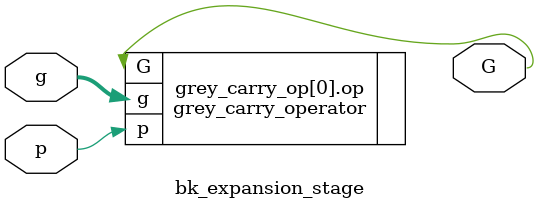
<source format=v>
`timescale 1ns / 1ps

// in expansion stage we dont need all p, but half of them.
// also we use grey carry operator
module bk_expansion_stage #(
    parameter N = 2
)(
    p, g, G
    );
    localparam NDIV2 = N >> 1;
    input [NDIV2-1:0] p;
    input [N-1:0] g;
    output [NDIV2-1:0] G;
    
    genvar i;
    generate
        for (i = 0; i < NDIV2; i = i+1) begin: grey_carry_op
            grey_carry_operator op (.p(p[i]), .g(g[2*i+1:2*i]), .G(G[i])); 
        end
    endgenerate
endmodule

</source>
